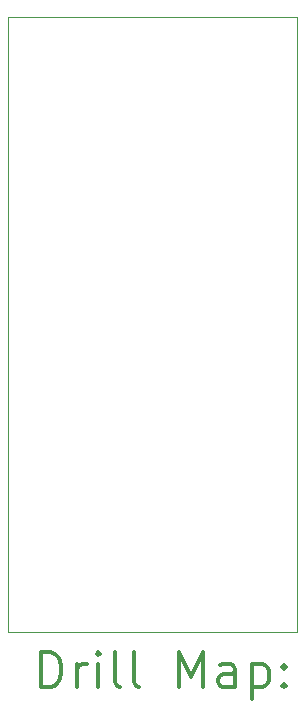
<source format=gbr>
%FSLAX45Y45*%
G04 Gerber Fmt 4.5, Leading zero omitted, Abs format (unit mm)*
G04 Created by KiCad (PCBNEW (5.1.9)-1) date 2023-07-24 12:28:35*
%MOMM*%
%LPD*%
G01*
G04 APERTURE LIST*
%TA.AperFunction,Profile*%
%ADD10C,0.050000*%
%TD*%
%ADD11C,0.200000*%
%ADD12C,0.300000*%
G04 APERTURE END LIST*
D10*
X16000000Y-9900000D02*
X13550000Y-9900000D01*
X16000000Y-15104000D02*
X16000000Y-9900000D01*
X13550000Y-15104000D02*
X16000000Y-15104000D01*
X13550000Y-9900000D02*
X13550000Y-15104000D01*
D11*
D12*
X13833928Y-15572214D02*
X13833928Y-15272214D01*
X13905357Y-15272214D01*
X13948214Y-15286500D01*
X13976786Y-15315071D01*
X13991071Y-15343643D01*
X14005357Y-15400786D01*
X14005357Y-15443643D01*
X13991071Y-15500786D01*
X13976786Y-15529357D01*
X13948214Y-15557929D01*
X13905357Y-15572214D01*
X13833928Y-15572214D01*
X14133928Y-15572214D02*
X14133928Y-15372214D01*
X14133928Y-15429357D02*
X14148214Y-15400786D01*
X14162500Y-15386500D01*
X14191071Y-15372214D01*
X14219643Y-15372214D01*
X14319643Y-15572214D02*
X14319643Y-15372214D01*
X14319643Y-15272214D02*
X14305357Y-15286500D01*
X14319643Y-15300786D01*
X14333928Y-15286500D01*
X14319643Y-15272214D01*
X14319643Y-15300786D01*
X14505357Y-15572214D02*
X14476786Y-15557929D01*
X14462500Y-15529357D01*
X14462500Y-15272214D01*
X14662500Y-15572214D02*
X14633928Y-15557929D01*
X14619643Y-15529357D01*
X14619643Y-15272214D01*
X15005357Y-15572214D02*
X15005357Y-15272214D01*
X15105357Y-15486500D01*
X15205357Y-15272214D01*
X15205357Y-15572214D01*
X15476786Y-15572214D02*
X15476786Y-15415071D01*
X15462500Y-15386500D01*
X15433928Y-15372214D01*
X15376786Y-15372214D01*
X15348214Y-15386500D01*
X15476786Y-15557929D02*
X15448214Y-15572214D01*
X15376786Y-15572214D01*
X15348214Y-15557929D01*
X15333928Y-15529357D01*
X15333928Y-15500786D01*
X15348214Y-15472214D01*
X15376786Y-15457929D01*
X15448214Y-15457929D01*
X15476786Y-15443643D01*
X15619643Y-15372214D02*
X15619643Y-15672214D01*
X15619643Y-15386500D02*
X15648214Y-15372214D01*
X15705357Y-15372214D01*
X15733928Y-15386500D01*
X15748214Y-15400786D01*
X15762500Y-15429357D01*
X15762500Y-15515071D01*
X15748214Y-15543643D01*
X15733928Y-15557929D01*
X15705357Y-15572214D01*
X15648214Y-15572214D01*
X15619643Y-15557929D01*
X15891071Y-15543643D02*
X15905357Y-15557929D01*
X15891071Y-15572214D01*
X15876786Y-15557929D01*
X15891071Y-15543643D01*
X15891071Y-15572214D01*
X15891071Y-15386500D02*
X15905357Y-15400786D01*
X15891071Y-15415071D01*
X15876786Y-15400786D01*
X15891071Y-15386500D01*
X15891071Y-15415071D01*
M02*

</source>
